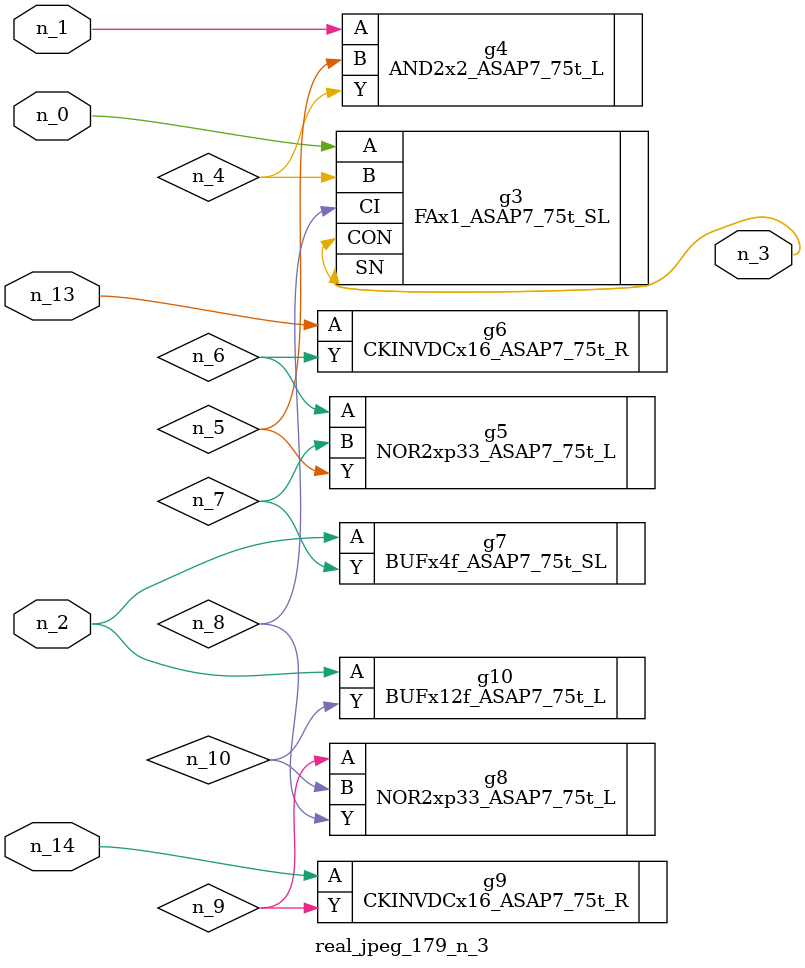
<source format=v>
module real_jpeg_179_n_3 (n_0, n_1, n_14, n_2, n_13, n_3);

input n_0;
input n_1;
input n_14;
input n_2;
input n_13;

output n_3;

wire n_5;
wire n_8;
wire n_4;
wire n_6;
wire n_7;
wire n_10;
wire n_9;

FAx1_ASAP7_75t_SL g3 ( 
.A(n_0),
.B(n_4),
.CI(n_8),
.CON(n_3),
.SN(n_3)
);

AND2x2_ASAP7_75t_L g4 ( 
.A(n_1),
.B(n_5),
.Y(n_4)
);

BUFx4f_ASAP7_75t_SL g7 ( 
.A(n_2),
.Y(n_7)
);

BUFx12f_ASAP7_75t_L g10 ( 
.A(n_2),
.Y(n_10)
);

NOR2xp33_ASAP7_75t_L g5 ( 
.A(n_6),
.B(n_7),
.Y(n_5)
);

NOR2xp33_ASAP7_75t_L g8 ( 
.A(n_9),
.B(n_10),
.Y(n_8)
);

CKINVDCx16_ASAP7_75t_R g6 ( 
.A(n_13),
.Y(n_6)
);

CKINVDCx16_ASAP7_75t_R g9 ( 
.A(n_14),
.Y(n_9)
);


endmodule
</source>
